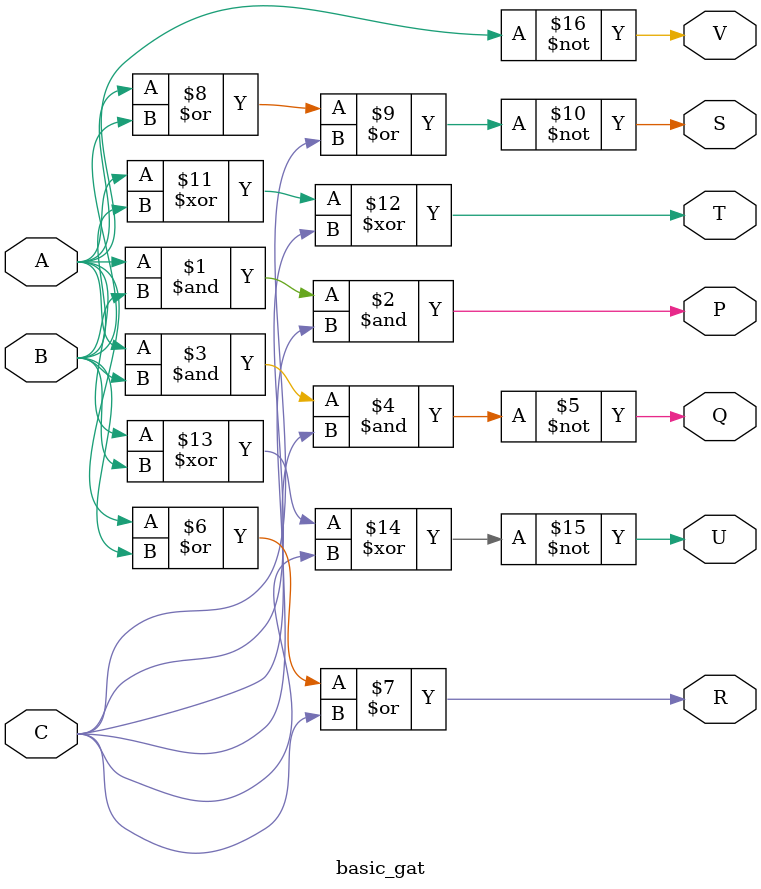
<source format=v>
module basic_gat(A,B,C,P,Q,R,S,T,U,V);
input A,B,C;
output P,Q,R,S,T,U,V;
and a1(P,A,B,C);
nand N1(Q,A,B,C);
or o1(R,A,B,C);
nor n1(S,A,B,C);
xor n2(T,A,B,C);
xnor n3(U,A,B,C);
not c1(V,A);
endmodule

</source>
